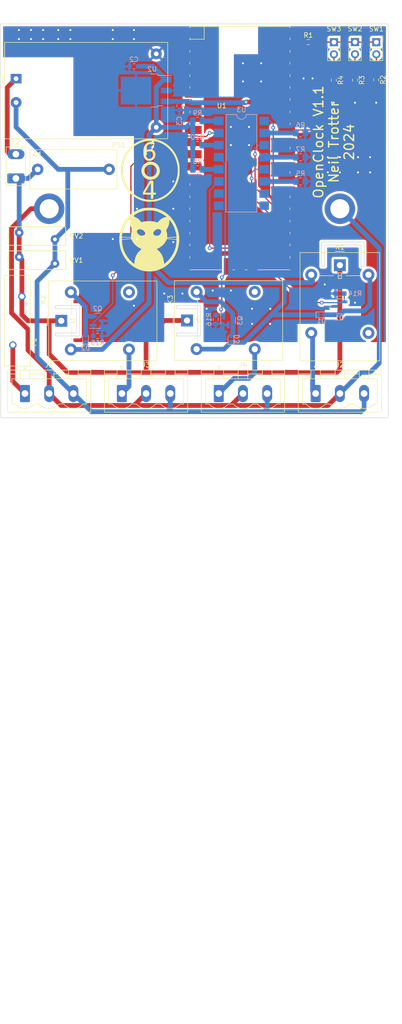
<source format=kicad_pcb>
(kicad_pcb (version 20211014) (generator pcbnew)
  (layers (0 "F.Cu" signal) (31 "B.Cu" signal) (34 "B.Paste" user) (35 "F.Paste" user) (36 "B.SilkS" user "B.Silkscreen") (37 "F.SilkS" user "F.Silkscreen") (38 "B.Mask" user) (39 "F.Mask" user) (44 "Edge.Cuts" user))
  (net 0 "")
  (net 1 "/Live")
  (net 2 "/Neutral")
  (net 3 "Net-(J2-Pad1)")
  (net 5 "Net-(D1-Pad2)")
  (net 6 "Net-(J3-Pad1)")
  (net 8 "Net-(D2-Pad2)")
  (net 9 "Net-(J4-Pad1)")
  (net 11 "Net-(D3-Pad2)")
  (net 12 "GND")
  (net 13 "Net-(F2-Pad2)")
  (net 14 "+12V")
  (net 15 "Net-(Q1-Pad1)")
  (net 16 "Net-(Q2-Pad1)")
  (net 17 "Net-(Q3-Pad1)")
  (net 18 "/GPIO20")
  (net 20 "Net-(R6-Pad2)")
  (net 22 "/GPIO19")
  (net 23 "Net-(R7-Pad2)")
  (net 24 "Net-(R8-Pad1)")
  (net 25 "/GPIO18")
  (net 26 "Net-(R5-Pad2)")
  (net 27 "Net-(R10-Pad1)")
  (net 30 "Net-(R9-Pad1)")
  (net 51 "+3V3")
  (net 53 "+5V")
  (net 58 "Earth")
  (net 59 "Net-(R1-Pad2)")
  (net 60 "/FusedLive")
  (net 61 "/GPIO26")
  (net 62 "/GPIO27")
  (net 63 "/GPIO28")
  (footprint "Connector_Phoenix_MSTB:PhoenixContact_MSTBVA_2,5_3-G-5,08_1x03_P5.08mm_Vertical" (layer "F.Cu") (at 175.26 147.32)
    (fp_text reference "J2")
    (fp_text value "Channel 3")
  )
  (footprint "Relay_THT:Relay_SPDT_Omron-G5LE-1" (layer "F.Cu") (at 148.28875 132.00875 90)
    (fp_text reference "K3")
    (fp_text value "G5LE-1")
  )
  (footprint "Resistor_SMD:R_0603_1608Metric_Pad0.98x0.95mm_HandSolder" (layer "F.Cu") (at 179.07 81.6375 -90)
    (fp_text reference "R4")
    (fp_text value "10K")
  )
  (footprint "MountingHole:MountingHole_3.2mm_M3_Pad" (layer "F.Cu") (at 180.34 108.585)
    (fp_text reference "H1")
    (fp_text value "1")
  )
  (footprint "Dvd:ocelot" (layer "F.Cu") (at 140.335 114.935)
    (fp_text reference "G***" hide)
    (fp_text value "LOGO" hide)
  )
  (footprint "Fuse:Fuse_BelFuse_0ZRE0100FF_L18.7mm_W5.1mm" (layer "F.Cu") (at 111.76 137.16 90)
    (fp_text reference "F1")
    (fp_text value "Fuse")
  )
  (footprint "Connector_PinSocket_2.54mm:PinSocket_1x02_P2.54mm_Vertical" (layer "F.Cu") (at 187.985 73.68)
    (fp_text reference "SW1")
    (fp_text value "Ch 1 Override")
  )
  (footprint "Connector_Phoenix_MSTB:PhoenixContact_MSTBVA_2,5_2-G-5,08_1x02_P5.08mm_Vertical" (layer "F.Cu") (at 112.395 102.235 90)
    (fp_text reference "F2")
    (fp_text value "Thermal Fuse")
  )
  (footprint "Connector_Phoenix_MSTB:PhoenixContact_MSTBVA_2,5_3-G-5,08_1x03_P5.08mm_Vertical" (layer "F.Cu") (at 114.3 147.32)
    (fp_text reference "J1")
    (fp_text value "Mains")
  )
  (footprint "Resistor_SMD:R_0603_1608Metric_Pad0.98x0.95mm_HandSolder" (layer "F.Cu") (at 173.7125 73.66)
    (fp_text reference "R1")
    (fp_text value "100R")
  )
  (footprint "Resistor_SMD:R_0603_1608Metric_Pad0.98x0.95mm_HandSolder" (layer "F.Cu") (at 183.515 81.6375 -90)
    (fp_text reference "R3")
    (fp_text value "10K")
  )
  (footprint "Capacitor_THT:C_Rect_L18.0mm_W8.0mm_P15.00mm_FKS3_FKP3" (layer "F.Cu") (at 116.96 100.33)
    (fp_text reference "C1")
    (fp_text value "0.1uF Class X")
  )
  (footprint "Varistor:RV_Disc_D12mm_W3.9mm_P7.5mm" (layer "F.Cu") (at 113.09 118.68)
    (fp_text reference "RV1")
    (fp_text value "250V")
  )
  (footprint "Connector_Phoenix_MSTB:PhoenixContact_MSTBVA_2,5_3-G-5,08_1x03_P5.08mm_Vertical" (layer "F.Cu") (at 154.94 147.32)
    (fp_text reference "J4")
    (fp_text value "Channel 2")
  )
  (footprint "Varistor:RV_Disc_D12mm_W3.9mm_P7.5mm" (layer "F.Cu") (at 113.09 113.6)
    (fp_text reference "RV2")
    (fp_text value "250V")
  )
  (footprint "Connector_PinSocket_2.54mm:PinSocket_1x02_P2.54mm_Vertical" (layer "F.Cu") (at 183.515 73.66)
    (fp_text reference "SW2")
    (fp_text value "Ch 2 Override")
  )
  (footprint "Relay_THT:Relay_SPDT_Omron-G5LE-1" (layer "F.Cu") (at 180.34 120.42)
    (fp_text reference "K1")
    (fp_text value "G5LE-1")
  )
  (footprint "MountingHole:MountingHole_3.2mm_M3_Pad" (layer "F.Cu") (at 119.38 108.585)
    (fp_text reference "H2")
    (fp_text value "1")
  )
  (footprint "Resistor_SMD:R_0603_1608Metric_Pad0.98x0.95mm_HandSolder" (layer "F.Cu") (at 187.96 81.5575 -90)
    (fp_text reference "R2")
    (fp_text value "10K")
  )
  (footprint "Relay_THT:Relay_SPDT_Omron-G5LE-1" (layer "F.Cu") (at 121.92 132.08 90)
    (fp_text reference "K2")
    (fp_text value "G5LE-1")
  )
  (footprint "Converter_ACDC:Converter_ACDC_HiLink_HLK-PMxx" (layer "F.Cu") (at 112.4375 81.32)
    (fp_text reference "PS1")
    (fp_text value "HLK-PM12")
  )
  (footprint "Connector_Phoenix_MSTB:PhoenixContact_MSTBVA_2,5_3-G-5,08_1x03_P5.08mm_Vertical" (layer "F.Cu") (at 134.62 147.32)
    (fp_text reference "J3")
    (fp_text value "Channel 1")
  )
  (footprint "MCU_RaspberryPi_and_Boards:RPi_Pico_SMD_TH" (layer "F.Cu") (at 159.385 95.885)
    (fp_text reference "U1")
    (fp_text value "Pico")
  )
  (footprint "Connector_PinSocket_2.54mm:PinSocket_1x02_P2.54mm_Vertical" (layer "F.Cu") (at 179.095 73.68)
    (fp_text reference "SW3")
    (fp_text value "Ch 3 Override")
  )
  (footprint "Dvd:dvd" (layer "F.Cu") (at 140.335 100.33)
    (fp_text reference "G***" hide)
    (fp_text value "LOGO" hide)
  )
  (footprint "Resistor_SMD:R_0805_2012Metric_Pad1.20x1.40mm_HandSolder" (layer "B.Cu") (at 172.085 102.87 180)
    (fp_text reference "R5")
    (fp_text value "75R")
  )
  (footprint "Package_TO_SOT_SMD:SOT-23" (layer "B.Cu") (at 129.54 132.08)
    (fp_text reference "Q2")
    (fp_text value "AOSS21319C")
  )
  (footprint "Resistor_SMD:R_0603_1608Metric_Pad0.98x0.95mm_HandSolder" (layer "B.Cu") (at 154.305 131.8025 -90)
    (fp_text reference "R16")
    (fp_text value "10K")
  )
  (footprint "Diode_SMD:D_SOD-523" (layer "B.Cu") (at 127 135.825 90)
    (fp_text reference "D2")
    (fp_text value "BAS521,115")
  )
  (footprint "Diode_SMD:D_SOD-523" (layer "B.Cu") (at 157.48 135.89 90)
    (fp_text reference "D3")
    (fp_text value "BAS521,115")
  )
  (footprint "Resistor_SMD:R_0805_2012Metric_Pad1.20x1.40mm_HandSolder" (layer "B.Cu") (at 150.495 90.17 180)
    (fp_text reference "R9")
    (fp_text value "10R")
  )
  (footprint "Package_DIP:SMDIP-16_W9.53mm" (layer "B.Cu") (at 159.7 99.06 180)
    (fp_text reference "U3")
    (fp_text value "LTV-847S")
  )
  (footprint "Resistor_SMD:R_0805_2012Metric_Pad1.20x1.40mm_HandSolder" (layer "B.Cu") (at 150.495 95.25 180)
    (fp_text reference "R10")
    (fp_text value "10R")
  )
  (footprint "Resistor_SMD:R_0805_2012Metric_Pad1.20x1.40mm_HandSolder" (layer "B.Cu") (at 172.085 97.79 180)
    (fp_text reference "R7")
    (fp_text value "75R")
  )
  (footprint "Resistor_SMD:R_0805_2012Metric_Pad1.20x1.40mm_HandSolder" (layer "B.Cu") (at 172.085 92.71 180)
    (fp_text reference "R6")
    (fp_text value "75R")
  )
  (footprint "Diode_SMD:D_SOD-523" (layer "B.Cu") (at 176.465 130.81)
    (fp_text reference "D1")
    (fp_text value "BAS521,115")
  )
  (footprint "Resistor_SMD:R_0603_1608Metric_Pad0.98x0.95mm_HandSolder" (layer "B.Cu") (at 180.34 126.365 180)
    (fp_text reference "R14")
    (fp_text value "10K")
  )
  (footprint "Resistor_SMD:R_0603_1608Metric_Pad0.98x0.95mm_HandSolder" (layer "B.Cu") (at 137.16 78.74 180)
    (fp_text reference "C2")
    (fp_text value "220uF")
  )
  (footprint "Package_TO_SOT_SMD:SOT-23" (layer "B.Cu") (at 156.91625 132.00875 -90)
    (fp_text reference "Q3")
    (fp_text value "AOSS21319C")
  )
  (footprint "Resistor_SMD:R_0603_1608Metric_Pad0.98x0.95mm_HandSolder" (layer "B.Cu") (at 146.685 86.995 -90)
    (fp_text reference "C3")
    (fp_text value "220uF")
  )
  (footprint "Resistor_SMD:R_0805_2012Metric_Pad1.20x1.40mm_HandSolder" (layer "B.Cu") (at 150.495 100.33 180)
    (fp_text reference "R8")
    (fp_text value "10R")
  )
  (footprint "Package_TO_SOT_SMD:SOT-23" (layer "B.Cu") (at 180.250714 129.0475 180)
    (fp_text reference "Q1")
    (fp_text value "AOSS21319C")
  )
  (footprint "Resistor_SMD:R_0603_1608Metric_Pad0.98x0.95mm_HandSolder" (layer "B.Cu") (at 129.54 135.255)
    (fp_text reference "R15")
    (fp_text value "10K")
  )
  (footprint "Package_TO_SOT_SMD:TO-252-3_TabPin2" (layer "B.Cu") (at 139.7 83.82 180)
    (fp_text reference "U2")
    (fp_text value "L7805")
  )
  (gr_poly (pts (xy 151.13 135.255) (xy 146.05 135.255) (xy 146.05 134.62) (xy 150.495 134.62) (xy 150.495 129.54) (xy 146.05 129.54) (xy 146.05 128.905) (xy 151.13 128.905)) (layer "Edge.Cuts") (width 0.1) (fill none))
  (gr_poly (pts (xy 185.42 115.57) (xy 185.42 120.65) (xy 184.785 120.65) (xy 184.785 116.205) (xy 177.165 116.205) (xy 177.165 120.65) (xy 176.53 120.65) (xy 176.53 115.57)) (layer "Edge.Cuts") (width 0.1) (fill none))
  (gr_rect (start 109.22 69.85) (end 190.5 152.4) (layer "Edge.Cuts") (width 0.1) (fill none))
  (gr_poly (pts (xy 125.73 135.255) (xy 120.65 135.255) (xy 120.65 134.62) (xy 125.095 134.62) (xy 125.095 129.54) (xy 120.65 129.54) (xy 120.65 128.905) (xy 125.73 128.905)) (layer "Edge.Cuts") (width 0.1) (fill none))
  (gr_text "OpenClock V1.1\nNeil Trotter\n2024" (at 179.07 94.615 90) (layer "F.SilkS") (effects (font (size 2 2) (thickness 0.3))))
  (segment (start 111.76 144.78) (end 111.76 137.16) (width 1) (layer "F.Cu") (net 1))
  (segment (start 114.3 147.32) (end 111.76 144.78) (width 1) (layer "F.Cu") (net 1))
  (segment (start 120.59 115) (end 123.279511 112.310489) (width 1) (layer "B.Cu") (net 2))
  (segment (start 185.42 150.495) (end 185.42 147.32) (width 1) (layer "B.Cu") (net 2))
  (segment (start 116.84 139.7) (end 124.46 147.32) (width 1) (layer "B.Cu") (net 2))
  (segment (start 116.84 123.83) (end 116.84 139.7) (width 1) (layer "B.Cu") (net 2))
  (segment (start 184.785 151.13) (end 185.42 150.495) (width 1) (layer "B.Cu") (net 2))
  (segment (start 144.78 150.495) (end 144.78 147.32) (width 1) (layer "B.Cu") (net 2))
  (segment (start 120.59 120.08) (end 116.84 123.83) (width 1) (layer "B.Cu") (net 2))
  (segment (start 123.19 100.33) (end 121.285 100.33) (width 1) (layer "B.Cu") (net 2))
  (segment (start 164.465 151.13) (end 165.1 150.495) (width 1) (layer "B.Cu") (net 2))
  (segment (start 123.279511 100.419511) (end 123.19 100.33) (width 1) (layer "B.Cu") (net 2))
  (segment (start 165.1 150.495) (end 165.1 147.32) (width 1) (layer "B.Cu") (net 2))
  (segment (start 124.46 147.32) (end 128.27 151.13) (width 1) (layer "B.Cu") (net 2))
  (segment (start 123.279511 108.890489) (end 123.279511 112.310489) (width 1) (layer "B.Cu") (net 2))
  (segment (start 128.27 151.13) (end 144.145 151.13) (width 1) (layer "B.Cu") (net 2))
  (segment (start 144.145 151.13) (end 144.78 150.495) (width 1) (layer "B.Cu") (net 2))
  (segment (start 123.279511 108.890489) (end 123.279511 100.419511) (width 1) (layer "B.Cu") (net 2))
  (segment (start 112.4375 91.4825) (end 112.4375 86.32) (width 1) (layer "B.Cu") (net 2))
  (segment (start 120.59 115) (end 120.59 120.08) (width 1) (layer "B.Cu") (net 2))
  (segment (start 164.465 151.13) (end 184.785 151.13) (width 1) (layer "B.Cu") (net 2))
  (segment (start 144.145 151.13) (end 164.465 151.13) (width 1) (layer "B.Cu") (net 2))
  (segment (start 131.84 100.33) (end 123.19 100.33) (width 1) (layer "B.Cu") (net 2))
  (segment (start 121.285 100.33) (end 112.4375 91.4825) (width 1) (layer "B.Cu") (net 2))
  (segment (start 174.625 134.62) (end 174.625 146.685) (width 1) (layer "B.Cu") (net 3))
  (segment (start 174.625 146.685) (end 175.26 147.32) (width 1) (layer "B.Cu") (net 3))
  (segment (start 181.188214 129.9975) (end 185.39 129.9975) (width 1) (layer "B.Cu") (net 5))
  (segment (start 185.39 129.9975) (end 186.625 128.7625) (width 1) (layer "B.Cu") (net 5))
  (segment (start 177.165 130.81) (end 180.375714 130.81) (width 1) (layer "B.Cu") (net 5))
  (segment (start 186.625 128.7625) (end 186.625 122.42) (width 1) (layer "B.Cu") (net 5))
  (segment (start 180.375714 130.81) (end 181.188214 129.9975) (width 1) (layer "B.Cu") (net 5))
  (segment (start 136.12 138.08) (end 136.12 145.82) (width 1) (layer "B.Cu") (net 6))
  (segment (start 136.12 145.82) (end 134.62 147.32) (width 1) (layer "B.Cu") (net 6))
  (segment (start 127 129.16) (end 127 132.08) (width 1) (layer "B.Cu") (net 8))
  (segment (start 127.315 131.13) (end 127 131.445) (width 1) (layer "B.Cu") (net 8))
  (segment (start 128.6025 131.13) (end 127.315 131.13) (width 1) (layer "B.Cu") (net 8))
  (segment (start 127 132.08) (end 127 135.125) (width 1) (layer "B.Cu") (net 8))
  (segment (start 127 131.445) (end 127 132.08) (width 1) (layer "B.Cu") (net 8))
  (segment (start 123.92 126.08) (end 127 129.16) (width 1) (layer "B.Cu") (net 8))
  (segment (start 162.48875 142.94625) (end 162.48875 138.00875) (width 1) (layer "B.Cu") (net 9))
  (segment (start 158.115 144.145) (end 161.29 144.145) (width 1) (layer "B.Cu") (net 9))
  (segment (start 161.29 144.145) (end 162.48875 142.94625) (width 1) (layer "B.Cu") (net 9))
  (segment (start 154.94 147.32) (end 158.115 144.145) (width 1) (layer "B.Cu") (net 9))
  (segment (start 150.28875 126.00875) (end 152.38327 128.10327) (width 1) (layer "B.Cu") (net 11))
  (segment (start 152.38327 128.10327) (end 155.40827 128.10327) (width 1) (layer "B.Cu") (net 11))
  (segment (start 157.91577 134.75423) (end 157.91577 131.12077) (width 1) (layer "B.Cu") (net 11))
  (segment (start 157.48 135.19) (end 157.91577 134.75423) (width 1) (layer "B.Cu") (net 11))
  (segment (start 155.40827 128.10327) (end 157.86625 130.56125) (width 1) (layer "B.Cu") (net 11))
  (segment (start 157.91577 131.12077) (end 157.86625 131.07125) (width 1) (layer "B.Cu") (net 11))
  (segment (start 157.86625 130.56125) (end 157.86625 131.07125) (width 1) (layer "B.Cu") (net 11))
  (via (at 187.96 86.36) (size 0.8) (drill 0.4) (layers "F.Cu" "B.Cu") (net 12))
  (via (at 137.795 108.585) (size 0.8) (drill 0.4) (layers "F.Cu" "B.Cu") (net 12))
  (via (at 157.48 91.44) (size 0.8) (drill 0.4) (layers "F.Cu" "B.Cu") (net 12))
  (via (at 179.07 86.36) (size 0.8) (drill 0.4) (layers "F.Cu" "B.Cu") (net 12))
  (via (at 121.285 71.12) (size 0.8) (drill 0.4) (layers "F.Cu" "B.Cu") (net 12))
  (via (at 183.515 86.36) (size 0.8) (drill 0.4) (layers "F.Cu" "B.Cu") (net 12))
  (via (at 161.29 95.25) (size 0.8) (drill 0.4) (layers "F.Cu" "B.Cu") (net 12))
  (via (at 186.69 97.79) (size 0.8) (drill 0.4) (layers "F.Cu" "B.Cu") (net 12))
  (via (at 137.795 114.935) (size 0.8) (drill 0.4) (layers "F.Cu" "B.Cu") (net 12))
  (via (at 123.825 71.12) (size 0.8) (drill 0.4) (layers "F.Cu" "B.Cu") (net 12))
  (via (at 183.515 128.27) (size 0.8) (drill 0.4) (layers "F.Cu" "B.Cu") (net 12))
  (via (at 184.15 100.965) (size 0.8) (drill 0.4) (layers "F.Cu" "B.Cu") (net 12))
  (via (at 145.415 102.87) (size 0.8) (drill 0.4) (layers "F.Cu" "B.Cu") (net 12))
  (via (at 157.48 125.73) (size 0.8) (drill 0.4) (layers "F.Cu" "B.Cu") (net 12))
  (via (at 132.715 73.025) (size 0.8) (drill 0.4) (layers "F.Cu" "B.Cu") (net 12))
  (via (at 174.625 81.28) (size 0.8) (drill 0.4) (layers "F.Cu" "B.Cu") (net 12))
  (via (at 137.16 71.12) (size 0.8) (drill 0.4) (layers "F.Cu" "B.Cu") (net 12))
  (via (at 113.03 71.12) (size 0.8) (drill 0.4) (layers "F.Cu" "B.Cu") (net 12))
  (via (at 160.02 78.105) (size 0.8) (drill 0.4) (layers "F.Cu" "B.Cu") (net 12))
  (via (at 177.165 124.46) (size 0.8) (drill 0.4) (layers "F.Cu" "B.Cu") (net 12))
  (via (at 147.32 126.365) (size 0.8) (drill 0.4) (layers "F.Cu" "B.Cu") (net 12))
  (via (at 161.925 132.715) (size 0.8) (drill 0.4) (layers "F.Cu" "B.Cu") (net 12))
  (via (at 177.8 97.79) (size 0.8) (drill 0.4) (layers "F.Cu" "B.Cu") (net 12))
  (via (at 145.415 115.57) (size 0.8) (drill 0.4) (layers "F.Cu" "B.Cu") (net 12))
  (via (at 161.29 91.44) (size 0.8) (drill 0.4) (layers "F.Cu" "B.Cu") (net 12))
  (via (at 132.715 71.12) (size 0.8) (drill 0.4) (layers "F.Cu" "B.Cu") (net 12))
  (via (at 180.34 100.965) (size 0.8) (drill 0.4) (layers "F.Cu" "B.Cu") (net 12))
  (via (at 153.67 125.73) (size 0.8) (drill 0.4) (layers "F.Cu" "B.Cu") (net 12))
  (via (at 118.11 73.025) (size 0.8) (drill 0.4) (layers "F.Cu" "B.Cu") (net 12))
  (via (at 118.11 71.12) (size 0.8) (drill 0.4) (layers "F.Cu" "B.Cu") (net 12))
  (via (at 161.925 129.54) (size 0.8) (drill 0.4) (layers "F.Cu" "B.Cu") (net 12))
  (via (at 160.02 81.915) (size 0.8) (drill 0.4) (layers "F.Cu" "B.Cu") (net 12))
  (via (at 123.825 73.025) (size 0.8) (drill 0.4) (layers "F.Cu" "B.Cu") (net 12))
  (via (at 132.715 114.935) (size 0.8) (drill 0.4) (layers "F.Cu" "B.Cu") (net 12))
  (via (at 121.285 73.025) (size 0.8) (drill 0.4) (layers "F.Cu" "B.Cu") (net 12))
  (via (at 115.57 73.025) (size 0.8) (drill 0.4) (layers "F.Cu" "B.Cu") (net 12))
  (via (at 163.83 81.915) (size 0.8) (drill 0.4) (layers "F.Cu" "B.Cu") (net 12))
  (via (at 177.8 100.965) (size 0.8) (drill 0.4) (layers "F.Cu" "B.Cu") (net 12))
  (via (at 152.4 129.54) (size 0.8) (drill 0.4) (layers "F.Cu" "B.Cu") (net 12))
  (via (at 137.16 73.025) (size 0.8) (drill 0.4) (layers "F.Cu" "B.Cu") (net 12))
  (via (at 113.03 73.025) (size 0.8) (drill 0.4) (layers "F.Cu" "B.Cu") (net 12))
  (via (at 180.34 97.79) (size 0.8) (drill 0.4) (layers "F.Cu" "B.Cu") (net 12))
  (via (at 145.415 108.585) (size 0.8) (drill 0.4) (layers "F.Cu" "B.Cu") (net 12))
  (via (at 163.83 78.105) (size 0.8) (drill 0.4) (layers "F.Cu" "B.Cu") (net 12))
  (via (at 115.57 71.12) (size 0.8) (drill 0.4) (layers "F.Cu" "B.Cu") (net 12))
  (via (at 157.48 95.25) (size 0.8) (drill 0.4) (layers "F.Cu" "B.Cu") (net 12))
  (via (at 143.51 126.365) (size 0.8) (drill 0.4) (layers "F.Cu" "B.Cu") (net 12))
  (via (at 165.735 129.54) (size 0.8) (drill 0.4) (layers "F.Cu" "B.Cu") (net 12))
  (via (at 172.72 81.28) (size 0.8) (drill 0.4) (layers "F.Cu" "B.Cu") (net 12))
  (via (at 184.15 97.79) (size 0.8) (drill 0.4) (layers "F.Cu" "B.Cu") (net 12))
  (via (at 137.16 128.905) (size 0.8) (drill 0.4) (layers "F.Cu" "B.Cu") (net 12))
  (via (at 186.69 100.965) (size 0.8) (drill 0.4) (layers "F.Cu" "B.Cu") (net 12))
  (via (at 165.735 132.715) (size 0.8) (drill 0.4) (layers "F.Cu" "B.Cu") (net 12))
  (segment (start 111.125 97.155) (end 110.587989 96.617989) (width 1) (layer "F.Cu") (net 13))
  (segment (start 112.395 97.155) (end 111.125 97.155) (width 1) (layer "F.Cu") (net 13))
  (segment (start 110.587989 83.169511) (end 112.4375 81.32) (width 1) (layer "F.Cu") (net 13))
  (segment (start 110.587989 96.617989) (end 110.587989 83.169511) (width 1) (layer "F.Cu") (net 13))
  (segment (start 127.285 138.08) (end 130.525 138.08) (width 1) (layer "B.Cu") (net 14))
  (segment (start 174.625 122.42) (end 174.625 123.825) (width 1) (layer "B.Cu") (net 14))
  (segment (start 144.379239 124.059239) (end 140.335 120.015) (width 1) (layer "B.Cu") (net 14))
  (segment (start 141.8375 91.52) (end 148.145 91.52) (width 1) (layer "B.Cu") (net 14))
  (segment (start 140.335 104.14) (end 140.335 97.155) (width 1) (layer "B.Cu") (net 14))
  (segment (start 174.390761 124.059239) (end 174.625 123.825) (width 1) (layer "B.Cu") (net 14))
  (segment (start 149.495 90.17) (end 149.495 100.33) (width 1) (layer "B.Cu") (net 14))
  (segment (start 160.239944 136.59) (end 165.559972 131.269972) (width 1) (layer "B.Cu") (net 14))
  (segment (start 141.8375 83.1025) (end 141.8375 91.52) (width 1) (layer "B.Cu") (net 14))
  (segment (start 156.06125 138.00875) (end 157.48 136.59) (width 1) (layer "B.Cu") (net 14))
  (segment (start 168.675761 124.059239) (end 174.390761 124.059239) (width 1) (layer "B.Cu") (net 14))
  (segment (start 130.525 138.08) (end 140.335 128.27) (width 1) (layer "B.Cu") (net 14))
  (segment (start 140.335 119.38) (end 140.335 109.22) (width 1) (layer "B.Cu") (net 14))
  (segment (start 175.765 130.81) (end 166.019944 130.81) (width 1) (layer "B.Cu") (net 14))
  (segment (start 140.335 97.155) (end 140.335 93.0225) (width 1) (layer "B.Cu") (net 14))
  (segment (start 143.9 81.54) (end 143.4 81.54) (width 1) (layer "B.Cu") (net 14))
  (segment (start 123.92 138.08) (end 127.285 138.08) (width 1) (layer "B.Cu") (net 14))
  (segment (start 140.335 128.27) (end 140.335 119.38) (width 1) (layer "B.Cu") (net 14))
  (segment (start 165.474239 124.059239) (end 168.675761 124.059239) (width 1) (layer "B.Cu") (net 14))
  (segment (start 127 136.525) (end 127 137.795) (width 1) (layer "B.Cu") (net 14))
  (segment (start 141.1 78.74) (end 138.0725 78.74) (width 1) (layer "B.Cu") (net 14))
  (segment (start 140.335 109.22) (end 140.335 104.14) (width 1) (layer "B.Cu") (net 14))
  (segment (start 157.48 136.59) (end 160.239944 136.59) (width 1) (layer "B.Cu") (net 14))
  (segment (start 143.9 81.54) (end 141.1 78.74) (width 1) (layer "B.Cu") (net 14))
  (segment (start 166.019944 130.81) (end 165.559972 131.269972) (width 1) (layer "B.Cu") (net 14))
  (segment (start 168.675761 128.154183) (end 168.675761 124.059239) (width 1) (layer "B.Cu") (net 14))
  (segment (start 140.335 120.015) (end 140.335 119.38) (width 1) (layer "B.Cu") (net 14))
  (segment (start 150.28875 138.00875) (end 156.06125 138.00875) (width 1) (layer "B.Cu") (net 14))
  (segment (start 143.4 81.54) (end 141.8375 83.1025) (width 1) (layer "B.Cu") (net 14))
  (segment (start 140.335 93.0225) (end 141.8375 91.52) (width 1) (layer "B.Cu") (net 14))
  (segment (start 165.474239 124.059239) (end 144.379239 124.059239) (width 1) (layer "B.Cu") (net 14))
  (segment (start 127 137.795) (end 127.285 138.08) (width 1) (layer "B.Cu") (net 14))
  (segment (start 148.145 91.52) (end 149.495 90.17) (width 1) (layer "B.Cu") (net 14))
  (segment (start 166.019944 130.81) (end 168.675761 128.154183) (width 1) (layer "B.Cu") (net 14))
  (segment (start 161.329022 116.84) (end 172.759022 128.27) (width 0.25) (layer "F.Cu") (net 15))
  (segment (start 172.759022 128.27) (end 176.53 128.27) (width 0.25) (layer "F.Cu") (net 15))
  (segment (start 153.035 116.84) (end 161.329022 116.84) (width 0.25) (layer "F.Cu") (net 15))
  (via (at 176.53 128.27) (size 0.8) (drill 0.4) (layers "F.Cu" "B.Cu") (net 15))
  (via (at 153.035 116.84) (size 0.8) (drill 0.4) (layers "F.Cu" "B.Cu") (net 15))
  (segment (start 154.935 102.87) (end 153.035 104.77) (width 0.25) (layer "B.Cu") (net 15))
  (segment (start 176.53 128.27) (end 181.015714 128.27) (width 0.25) (layer "B.Cu") (net 15))
  (segment (start 181.2525 126.365) (end 181.2525 128.033214) (width 0.25) (layer "B.Cu") (net 15))
  (segment (start 153.035 104.77) (end 153.035 116.84) (width 0.25) (layer "B.Cu") (net 15))
  (segment (start 181.2525 128.033214) (end 181.188214 128.0975) (width 0.25) (layer "B.Cu") (net 15))
  (segment (start 181.015714 128.27) (end 181.188214 128.0975) (width 0.25) (layer "B.Cu") (net 15))
  (segment (start 150.495 93.345) (end 150.590489 93.440489) (width 0.25) (layer "F.Cu") (net 16))
  (segment (start 142.875 93.345) (end 150.495 93.345) (width 0.25) (layer "F.Cu") (net 16))
  (segment (start 136.525 118.745) (end 136.525 99.695) (width 0.25) (layer "F.Cu") (net 16))
  (segment (start 152.304511 93.440489) (end 153.035 92.71) (width 0.25) (layer "F.Cu") (net 16))
  (segment (start 136.525 99.695) (end 142.875 93.345) (width 0.25) (layer "F.Cu") (net 16))
  (segment (start 132.715 122.555) (end 136.525 118.745) (width 0.25) (layer "F.Cu") (net 16))
  (segment (start 150.590489 93.440489) (end 152.304511 93.440489) (width 0.25) (layer "F.Cu") (net 16))
  (via (at 132.715 122.555) (size 0.8) (drill 0.4) (layers "F.Cu" "B.Cu") (net 16))
  (via (at 153.035 92.71) (size 0.8) (drill 0.4) (layers "F.Cu" "B.Cu") (net 16))
  (segment (start 128.6025 135.23) (end 128.6275 135.255) (width 0.25) (layer "B.Cu") (net 16))
  (segment (start 128.6025 133.03) (end 128.6025 132.538572) (width 0.25) (layer "B.Cu") (net 16))
  (segment (start 128.6025 133.03) (end 128.6025 135.23) (width 0.25) (layer "B.Cu") (net 16))
  (segment (start 128.6025 132.538572) (end 132.715 128.426072) (width 0.25) (layer "B.Cu") (net 16))
  (segment (start 132.715 128.426072) (end 132.715 122.555) (width 0.25) (layer "B.Cu") (net 16))
  (segment (start 153.035 92.71) (end 154.935 92.71) (width 0.25) (layer "B.Cu") (net 16))
  (segment (start 155.575 122.959739) (end 155.575 129.54) (width 0.25) (layer "F.Cu") (net 17))
  (segment (start 155.575 129.54) (end 155.432536 129.682464) (width 0.25) (layer "F.Cu") (net 17))
  (via (at 155.575 122.959739) (size 0.8) (drill 0.4) (layers "F.Cu" "B.Cu") (net 17))
  (via (at 155.432536 129.682464) (size 0.8) (drill 0.4) (layers "F.Cu" "B.Cu") (net 17))
  (segment (start 154.935 97.79) (end 156.259511 99.114511) (width 0.25) (layer "B.Cu") (net 17))
  (segment (start 156.259511 122.275228) (end 155.575 122.959739) (width 0.25) (layer "B.Cu") (net 17))
  (segment (start 156.259511 99.114511) (end 156.259511 122.275228) (width 0.25) (layer "B.Cu") (net 17))
  (segment (start 154.305 130.89) (end 155.785 130.89) (width 0.25) (layer "B.Cu") (net 17))
  (segment (start 155.432536 129.682464) (end 155.432536 130.537536) (width 0.25) (layer "B.Cu") (net 17))
  (segment (start 155.432536 130.537536) (end 155.96625 131.07125) (width 0.25) (layer "B.Cu") (net 17))
  (segment (start 155.785 130.89) (end 155.96625 131.07125) (width 0.25) (layer "B.Cu") (net 17))
  (segment (start 168.275 107.315) (end 166.37 105.41) (width 0.25) (layer "F.Cu") (net 18))
  (segment (start 166.37 105.41) (end 166.37 91.6105) (width 0.25) (layer "F.Cu") (net 18))
  (via (at 166.37 91.6105) (size 0.8) (drill 0.4) (layers "F.Cu" "B.Cu") (net 18))
  (segment (start 165.735 90.17) (end 164.465 90.17) (width 0.25) (layer "B.Cu") (net 18))
  (segment (start 166.37 91.6105) (end 166.37 90.805) (width 0.25) (layer "B.Cu") (net 18))
  (segment (start 166.37 90.805) (end 165.735 90.17) (width 0.25) (layer "B.Cu") (net 18))
  (segment (start 164.465 92.71) (end 171.085 92.71) (width 1) (layer "B.Cu") (net 20))
  (segment (start 162.56 104.14) (end 162.56 97.155) (width 0.25) (layer "F.Cu") (net 22))
  (segment (start 168.275 109.855) (end 162.56 104.14) (width 0.25) (layer "F.Cu") (net 22))
  (via (at 162.56 97.155) (size 0.8) (drill 0.4) (layers "F.Cu" "B.Cu") (net 22))
  (segment (start 162.56 95.885) (end 163.195 95.25) (width 0.25) (layer "B.Cu") (net 22))
  (segment (start 162.56 97.155) (end 162.56 95.885) (width 0.25) (layer "B.Cu") (net 22))
  (segment (start 163.195 95.25) (end 164.465 95.25) (width 0.25) (layer "B.Cu") (net 22))
  (segment (start 164.465 97.79) (end 171.085 97.79) (width 1) (layer "B.Cu") (net 23))
  (segment (start 151.495 100.33) (end 154.935 100.33) (width 1) (layer "B.Cu") (net 24))
  (segment (start 168.275 112.395) (end 161.8355 105.9555) (width 0.25) (layer "F.Cu") (net 25))
  (segment (start 161.8355 105.9555) (end 161.8355 102.235) (width 0.25) (layer "F.Cu") (net 25))
  (via (at 161.8355 102.235) (size 0.8) (drill 0.4) (layers "F.Cu" "B.Cu") (net 25))
  (segment (start 161.8355 102.235) (end 161.8355 101.0545) (width 0.25) (layer "B.Cu") (net 25))
  (segment (start 162.56 100.33) (end 164.465 100.33) (width 0.25) (layer "B.Cu") (net 25))
  (segment (start 161.8355 101.0545) (end 162.56 100.33) (width 0.25) (layer "B.Cu") (net 25))
  (segment (start 164.465 102.87) (end 171.085 102.87) (width 1) (layer "B.Cu") (net 26))
  (segment (start 151.495 95.25) (end 154.935 95.25) (width 1) (layer "B.Cu") (net 27))
  (segment (start 151.495 90.17) (end 154.935 90.17) (width 1) (layer "B.Cu") (net 30))
  (segment (start 169.884022 81.915) (end 168.275 81.915) (width 0.25) (layer "F.Cu") (net 51))
  (segment (start 172.8 73.66) (end 172.8 78.999022) (width 0.25) (layer "F.Cu") (net 51))
  (segment (start 172.8 78.999022) (end 169.884022 81.915) (width 0.25) (layer "F.Cu") (net 51))
  (segment (start 165.307116 86.22502) (end 166.725489 84.806647) (width 1) (layer "F.Cu") (net 53))
  (segment (start 166.725489 84.806647) (end 166.725489 75.209511) (width 1) (layer "F.Cu") (net 53))
  (segment (start 160.655 86.22502) (end 165.307116 86.22502) (width 1) (layer "F.Cu") (net 53))
  (segment (start 167.64 74.295) (end 168.275 74.295) (width 1) (layer "F.Cu") (net 53))
  (segment (start 166.725489 75.209511) (end 167.64 74.295) (width 1) (layer "F.Cu") (net 53))
  (via (at 160.655 86.22502) (size 0.8) (drill 0.4) (layers "F.Cu" "B.Cu") (net 53))
  (segment (start 146.685 86.0825) (end 148.9475 86.0825) (width 1) (layer "B.Cu") (net 53))
  (segment (start 146.6675 86.1) (end 146.685 86.0825) (width 1) (layer "B.Cu") (net 53))
  (segment (start 148.9475 86.0825) (end 149.225 86.36) (width 1) (layer "B.Cu") (net 53))
  (segment (start 160.52002 86.36) (end 160.655 86.22502) (width 1) (layer "B.Cu") (net 53))
  (segment (start 143.9 86.1) (end 146.6675 86.1) (width 1) (layer "B.Cu") (net 53))
  (segment (start 149.225 86.36) (end 160.52002 86.36) (width 1) (layer "B.Cu") (net 53))
  (segment (start 157.52048 149.81952) (end 160.02 147.32) (width 1) (layer "F.Cu") (net 58))
  (segment (start 177.84048 149.81952) (end 180.34 147.32) (width 1) (layer "F.Cu") (net 58))
  (segment (start 156.88548 149.81952) (end 157.52048 149.81952) (width 1) (layer "F.Cu") (net 58))
  (segment (start 111.490489 130.444511) (end 111.490489 112.664511) (width 1) (layer "F.Cu") (net 58))
  (segment (start 137.20048 149.81952) (end 139.7 147.32) (width 1) (layer "F.Cu") (net 58))
  (segment (start 119.38 142.687654) (end 114.935 138.242654) (width 1) (layer "F.Cu") (net 58))
  (segment (start 114.935 138.242654) (end 114.935 133.889022) (width 1) (layer "F.Cu") (net 58))
  (segment (start 115.57 108.585) (end 119.38 108.585) (width 1) (layer "F.Cu") (net 58))
  (segment (start 114.935 133.889022) (end 111.490489 130.444511) (width 1) (layer "F.Cu") (net 58))
  (segment (start 119.38 147.32) (end 119.38 142.687654) (width 1) (layer "F.Cu") (net 58))
  (segment (start 119.38 147.32) (end 121.87952 149.81952) (width 1) (layer "F.Cu") (net 58))
  (segment (start 121.87952 149.81952) (end 137.20048 149.81952) (width 1) (layer "F.Cu") (net 58))
  (segment (start 156.88548 149.81952) (end 177.84048 149.81952) (width 1) (layer "F.Cu") (net 58))
  (segment (start 111.490489 112.664511) (end 115.57 108.585) (width 1) (layer "F.Cu") (net 58))
  (segment (start 137.20048 149.81952) (end 156.88548 149.81952) (width 1) (layer "F.Cu") (net 58))
  (segment (start 188.595 116.84) (end 188.595 140.97) (width 1) (layer "B.Cu") (net 58))
  (segment (start 188.595 140.97) (end 186.69 142.875) (width 1) (layer "B.Cu") (net 58))
  (segment (start 184.785 142.875) (end 180.34 147.32) (width 1) (layer "B.Cu") (net 58))
  (segment (start 186.69 142.875) (end 184.785 142.875) (width 1) (layer "B.Cu") (net 58))
  (segment (start 180.34 108.585) (end 188.595 116.84) (width 1) (layer "B.Cu") (net 58))
  (segment (start 174.625 73.66) (end 187.96 73.66) (width 0.25) (layer "F.Cu") (net 59))
  (segment (start 139.7 135.89) (end 143.58125 132.00875) (width 1) (layer "F.Cu") (net 60))
  (segment (start 180.34 142.24) (end 179.705 142.875) (width 1) (layer "F.Cu") (net 60))
  (segment (start 113.09 118.68) (end 113.09 113.6) (width 1) (layer "F.Cu") (net 60))
  (segment (start 180.34 120.42) (end 180.34 142.24) (width 1) (layer "F.Cu") (net 60))
  (segment (start 119.38 132.08) (end 121.92 132.08) (width 1) (layer "F.Cu") (net 60))
  (segment (start 143.58125 132.00875) (end 148.28875 132.00875) (width 1) (layer "F.Cu") (net 60))
  (segment (start 139.7 142.875) (end 179.705 142.875) (width 1) (layer "F.Cu") (net 60))
  (segment (start 113.66 130.805) (end 114.935 132.08) (width 1) (layer "F.Cu") (net 60))
  (segment (start 113.66 119.25) (end 113.09 118.68) (width 1) (layer "F.Cu") (net 60))
  (segment (start 123.19 142.875) (end 139.7 142.875) (width 1) (layer "F.Cu") (net 60))
  (segment (start 113.66 126.96) (end 113.66 119.25) (width 1) (layer "F.Cu") (net 60))
  (segment (start 139.7 142.875) (end 139.7 135.89) (width 1) (layer "F.Cu") (net 60))
  (segment (start 119.38 139.065) (end 123.19 142.875) (width 1) (layer "F.Cu") (net 60))
  (segment (start 119.38 137.795) (end 119.38 139.065) (width 1) (layer "F.Cu") (net 60))
  (segment (start 119.38 137.795) (end 119.38 132.08) (width 1) (layer "F.Cu") (net 60))
  (segment (start 114.935 132.08) (end 119.38 132.08) (width 1) (layer "F.Cu") (net 60))
  (segment (start 113.66 126.96) (end 113.66 130.805) (width 1) (layer "F.Cu") (net 60))
  (segment (start 113.09 102.93) (end 112.395 102.235) (width 1) (layer "B.Cu") (net 60))
  (segment (start 113.09 113.6) (end 113.09 104.2) (width 1) (layer "B.Cu") (net 60))
  (segment (start 112.395 102.235) (end 115.015 102.235) (width 1) (layer "B.Cu") (net 60))
  (segment (start 115.015 102.235) (end 116.285 100.965) (width 1) (layer "B.Cu") (net 60))
  (segment (start 113.09 104.2) (end 113.09 102.93) (width 1) (layer "B.Cu") (net 60))
  (segment (start 113.09 104.2) (end 113.09 101.66) (width 1) (layer "B.Cu") (net 60))
  (segment (start 182.88 94.615) (end 186.055 91.44) (width 0.25) (layer "F.Cu") (net 61))
  (segment (start 186.055 91.44) (end 186.055 81.28) (width 0.25) (layer "F.Cu") (net 61))
  (segment (start 187.985 80.62) (end 187.985 76.22) (width 0.25) (layer "F.Cu") (net 61))
  (segment (start 186.055 81.28) (end 186.69 80.645) (width 0.25) (layer "F.Cu") (net 61))
  (segment (start 187.96 80.645) (end 187.985 80.62) (width 0.25) (layer "F.Cu") (net 61))
  (segment (start 168.275 94.615) (end 182.88 94.615) (width 0.25) (layer "F.Cu") (net 61))
  (segment (start 186.69 80.645) (end 187.96 80.645) (width 0.25) (layer "F.Cu") (net 61))
  (segment (start 179.705 92.075) (end 181.61 90.17) (width 0.25) (layer "F.Cu") (net 62))
  (segment (start 183.515 80.725) (end 183.515 76.2) (width 0.25) (layer "F.Cu") (net 62))
  (segment (start 168.275 92.075) (end 179.705 92.075) (width 0.25) (layer "F.Cu") (net 62))
  (segment (start 181.61 90.17) (end 181.61 81.28) (width 0.25) (layer "F.Cu") (net 62))
  (segment (start 183.435 80.645) (end 183.515 80.725) (width 0.25) (layer "F.Cu") (net 62))
  (segment (start 182.245 80.645) (end 183.435 80.645) (width 0.25) (layer "F.Cu") (net 62))
  (segment (start 181.61 81.28) (end 182.245 80.645) (width 0.25) (layer "F.Cu") (net 62))
  (segment (start 177.8 85.725) (end 177.8 81.28) (width 0.25) (layer "F.Cu") (net 63))
  (segment (start 179.07 80.725) (end 179.095 80.7) (width 0.25) (layer "F.Cu") (net 63))
  (segment (start 178.355 80.725) (end 179.07 80.725) (width 0.25) (layer "F.Cu") (net 63))
  (segment (start 176.53 86.995) (end 177.8 85.725) (width 0.25) (layer "F.Cu") (net 63))
  (segment (start 177.8 81.28) (end 178.355 80.725) (width 0.25) (layer "F.Cu") (net 63))
  (segment (start 168.275 86.995) (end 176.53 86.995) (width 0.25) (layer "F.Cu") (net 63))
  (segment (start 179.095 80.7) (end 179.095 76.22) (width 0.25) (layer "F.Cu") (net 63))
  (zone (net 0) (net_name "") (layers F&B.Cu) (connect_pads (clearance 0)) (min_thickness 0.254)
    (keepout (tracks allowed) (vias allowed) (pads allowed) (copperpour not_allowed) (footprints allowed))
    (fill (thermal_gap 0.508) (thermal_bridge_width 0.508))
    (polygon (pts (xy 177.165 137.16) (xy 171.45 137.16) (xy 171.45 132.715) (xy 177.165 132.715)))
  )
  (zone (net 0) (net_name "") (layers F&B.Cu) (connect_pads (clearance 0)) (min_thickness 0.254)
    (keepout (tracks not_allowed) (vias not_allowed) (pads not_allowed) (copperpour not_allowed) (footprints not_allowed))
    (fill (thermal_gap 0.508) (thermal_bridge_width 0.508))
    (polygon (pts (xy 163.195 76.2) (xy 158.115 76.2) (xy 158.115 85.09) (xy 154.94 85.09) (xy 154.94 70.485) (xy 163.195 70.485)))
  )
  (zone (net 12) (net_name "GND") (layers F&B.Cu) (connect_pads (clearance 0.508)) (min_thickness 0.254) (fill yes (thermal_gap 0.508) (thermal_bridge_width 0.508))
    (polygon (pts (xy 190.5 152.4) (xy 109.22 152.4) (xy 109.22 69.85) (xy 190.5 69.85)))
  )
  (zone (net 0) (net_name "") (layers F&B.Cu) (connect_pads (clearance 0)) (min_thickness 0.254)
    (keepout (tracks allowed) (vias allowed) (pads allowed) (copperpour not_allowed) (footprints allowed))
    (fill (thermal_gap 0.508) (thermal_bridge_width 0.508))
    (polygon (pts (xy 124.46 95.25) (xy 124.46 123.19) (xy 124.46 136.525) (xy 128.27 136.525) (xy 190.5 136.525) (xy 190.5 152.4) (xy 109.22 152.4) (xy 109.22 76.835) (xy 124.46 76.835)))
  )
  (zone (net 0) (net_name "") (layers F&B.Cu) (connect_pads (clearance 0)) (min_thickness 0.254)
    (keepout (tracks allowed) (vias allowed) (pads allowed) (copperpour not_allowed) (footprints allowed))
    (fill (thermal_gap 0.508) (thermal_bridge_width 0.508))
    (polygon (pts (xy 151.765 139.7) (xy 143.51 139.7) (xy 143.51 128.27) (xy 151.765 128.27)))
  )
  (zone (net 0) (net_name "") (layers F&B.Cu) (connect_pads (clearance 0)) (min_thickness 0.254)
    (keepout (tracks allowed) (vias allowed) (pads allowed) (copperpour not_allowed) (footprints allowed))
    (fill (thermal_gap 0.508) (thermal_bridge_width 0.508))
    (polygon (pts (xy 137.16 113.665) (xy 123.19 113.665) (xy 123.19 93.345) (xy 137.16 93.345)))
  )
  (zone (net 0) (net_name "") (layer "F.Cu") (connect_pads (clearance 0)) (min_thickness 0.254)
    (keepout (tracks allowed) (vias allowed) (pads allowed) (copperpour not_allowed) (footprints allowed))
    (fill (thermal_gap 0.508) (thermal_bridge_width 0.508))
    (polygon (pts (xy 184.785 137.795) (xy 177.165 137.795) (xy 177.165 116.205) (xy 184.785 116.205)))
  )
)
</source>
